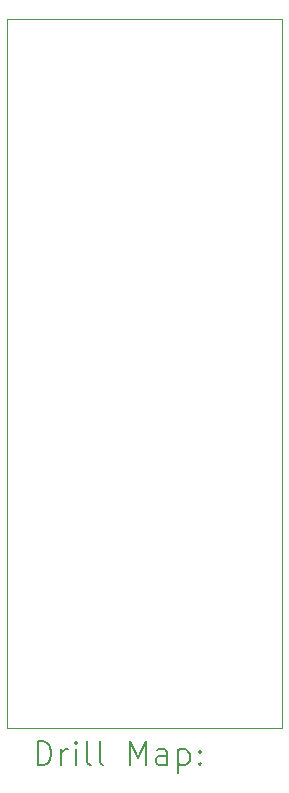
<source format=gbr>
%TF.GenerationSoftware,KiCad,Pcbnew,8.0.1-8.0.1-1~ubuntu22.04.1*%
%TF.CreationDate,2024-03-18T13:01:20-05:00*%
%TF.ProjectId,onsemi-version,6f6e7365-6d69-42d7-9665-7273696f6e2e,rev?*%
%TF.SameCoordinates,Original*%
%TF.FileFunction,Drillmap*%
%TF.FilePolarity,Positive*%
%FSLAX45Y45*%
G04 Gerber Fmt 4.5, Leading zero omitted, Abs format (unit mm)*
G04 Created by KiCad (PCBNEW 8.0.1-8.0.1-1~ubuntu22.04.1) date 2024-03-18 13:01:20*
%MOMM*%
%LPD*%
G01*
G04 APERTURE LIST*
%ADD10C,0.100000*%
%ADD11C,0.200000*%
G04 APERTURE END LIST*
D10*
X4050000Y-3558200D02*
X6375000Y-3558200D01*
X6375000Y-9558200D01*
X4050000Y-9558200D01*
X4050000Y-3558200D01*
D11*
X4305777Y-9874684D02*
X4305777Y-9674684D01*
X4305777Y-9674684D02*
X4353396Y-9674684D01*
X4353396Y-9674684D02*
X4381967Y-9684208D01*
X4381967Y-9684208D02*
X4401015Y-9703255D01*
X4401015Y-9703255D02*
X4410539Y-9722303D01*
X4410539Y-9722303D02*
X4420063Y-9760398D01*
X4420063Y-9760398D02*
X4420063Y-9788970D01*
X4420063Y-9788970D02*
X4410539Y-9827065D01*
X4410539Y-9827065D02*
X4401015Y-9846112D01*
X4401015Y-9846112D02*
X4381967Y-9865160D01*
X4381967Y-9865160D02*
X4353396Y-9874684D01*
X4353396Y-9874684D02*
X4305777Y-9874684D01*
X4505777Y-9874684D02*
X4505777Y-9741350D01*
X4505777Y-9779446D02*
X4515301Y-9760398D01*
X4515301Y-9760398D02*
X4524824Y-9750874D01*
X4524824Y-9750874D02*
X4543872Y-9741350D01*
X4543872Y-9741350D02*
X4562920Y-9741350D01*
X4629586Y-9874684D02*
X4629586Y-9741350D01*
X4629586Y-9674684D02*
X4620063Y-9684208D01*
X4620063Y-9684208D02*
X4629586Y-9693731D01*
X4629586Y-9693731D02*
X4639110Y-9684208D01*
X4639110Y-9684208D02*
X4629586Y-9674684D01*
X4629586Y-9674684D02*
X4629586Y-9693731D01*
X4753396Y-9874684D02*
X4734348Y-9865160D01*
X4734348Y-9865160D02*
X4724824Y-9846112D01*
X4724824Y-9846112D02*
X4724824Y-9674684D01*
X4858158Y-9874684D02*
X4839110Y-9865160D01*
X4839110Y-9865160D02*
X4829586Y-9846112D01*
X4829586Y-9846112D02*
X4829586Y-9674684D01*
X5086729Y-9874684D02*
X5086729Y-9674684D01*
X5086729Y-9674684D02*
X5153396Y-9817541D01*
X5153396Y-9817541D02*
X5220063Y-9674684D01*
X5220063Y-9674684D02*
X5220063Y-9874684D01*
X5401015Y-9874684D02*
X5401015Y-9769922D01*
X5401015Y-9769922D02*
X5391491Y-9750874D01*
X5391491Y-9750874D02*
X5372444Y-9741350D01*
X5372444Y-9741350D02*
X5334348Y-9741350D01*
X5334348Y-9741350D02*
X5315301Y-9750874D01*
X5401015Y-9865160D02*
X5381967Y-9874684D01*
X5381967Y-9874684D02*
X5334348Y-9874684D01*
X5334348Y-9874684D02*
X5315301Y-9865160D01*
X5315301Y-9865160D02*
X5305777Y-9846112D01*
X5305777Y-9846112D02*
X5305777Y-9827065D01*
X5305777Y-9827065D02*
X5315301Y-9808017D01*
X5315301Y-9808017D02*
X5334348Y-9798493D01*
X5334348Y-9798493D02*
X5381967Y-9798493D01*
X5381967Y-9798493D02*
X5401015Y-9788970D01*
X5496253Y-9741350D02*
X5496253Y-9941350D01*
X5496253Y-9750874D02*
X5515301Y-9741350D01*
X5515301Y-9741350D02*
X5553396Y-9741350D01*
X5553396Y-9741350D02*
X5572444Y-9750874D01*
X5572444Y-9750874D02*
X5581967Y-9760398D01*
X5581967Y-9760398D02*
X5591491Y-9779446D01*
X5591491Y-9779446D02*
X5591491Y-9836589D01*
X5591491Y-9836589D02*
X5581967Y-9855636D01*
X5581967Y-9855636D02*
X5572444Y-9865160D01*
X5572444Y-9865160D02*
X5553396Y-9874684D01*
X5553396Y-9874684D02*
X5515301Y-9874684D01*
X5515301Y-9874684D02*
X5496253Y-9865160D01*
X5677205Y-9855636D02*
X5686729Y-9865160D01*
X5686729Y-9865160D02*
X5677205Y-9874684D01*
X5677205Y-9874684D02*
X5667682Y-9865160D01*
X5667682Y-9865160D02*
X5677205Y-9855636D01*
X5677205Y-9855636D02*
X5677205Y-9874684D01*
X5677205Y-9750874D02*
X5686729Y-9760398D01*
X5686729Y-9760398D02*
X5677205Y-9769922D01*
X5677205Y-9769922D02*
X5667682Y-9760398D01*
X5667682Y-9760398D02*
X5677205Y-9750874D01*
X5677205Y-9750874D02*
X5677205Y-9769922D01*
M02*

</source>
